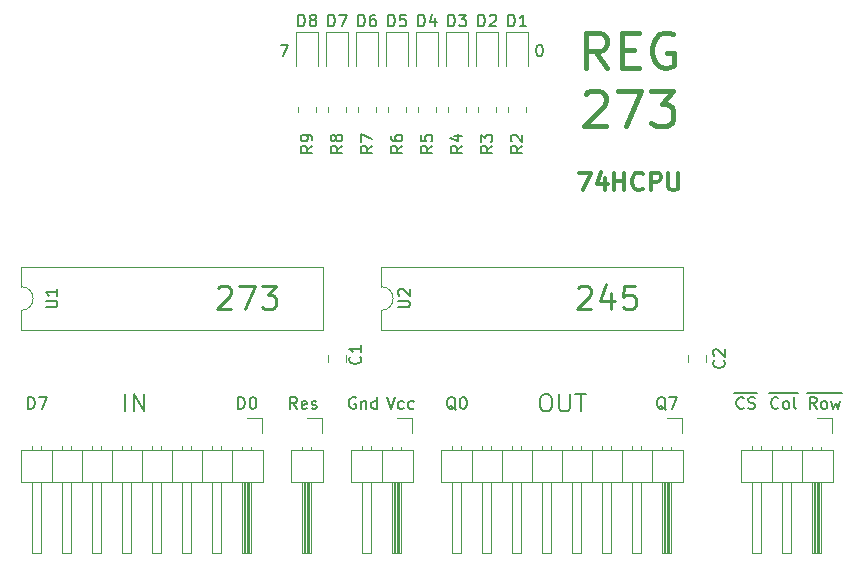
<source format=gbr>
%TF.GenerationSoftware,KiCad,Pcbnew,(5.1.8)-1*%
%TF.CreationDate,2025-01-30T23:00:43+03:00*%
%TF.ProjectId,Reg,5265672e-6b69-4636-9164-5f7063625858,rev?*%
%TF.SameCoordinates,Original*%
%TF.FileFunction,Legend,Top*%
%TF.FilePolarity,Positive*%
%FSLAX46Y46*%
G04 Gerber Fmt 4.6, Leading zero omitted, Abs format (unit mm)*
G04 Created by KiCad (PCBNEW (5.1.8)-1) date 2025-01-30 23:00:43*
%MOMM*%
%LPD*%
G01*
G04 APERTURE LIST*
%ADD10C,0.300000*%
%ADD11C,0.200000*%
%ADD12C,0.400000*%
%ADD13C,0.250000*%
%ADD14C,0.150000*%
%ADD15C,0.120000*%
G04 APERTURE END LIST*
D10*
X99219285Y-31246071D02*
X100219285Y-31246071D01*
X99576428Y-32746071D01*
X101433571Y-31746071D02*
X101433571Y-32746071D01*
X101076428Y-31174642D02*
X100719285Y-32246071D01*
X101647857Y-32246071D01*
X102219285Y-32746071D02*
X102219285Y-31246071D01*
X102219285Y-31960357D02*
X103076428Y-31960357D01*
X103076428Y-32746071D02*
X103076428Y-31246071D01*
X104647857Y-32603214D02*
X104576428Y-32674642D01*
X104362142Y-32746071D01*
X104219285Y-32746071D01*
X104005000Y-32674642D01*
X103862142Y-32531785D01*
X103790714Y-32388928D01*
X103719285Y-32103214D01*
X103719285Y-31888928D01*
X103790714Y-31603214D01*
X103862142Y-31460357D01*
X104005000Y-31317500D01*
X104219285Y-31246071D01*
X104362142Y-31246071D01*
X104576428Y-31317500D01*
X104647857Y-31388928D01*
X105290714Y-32746071D02*
X105290714Y-31246071D01*
X105862142Y-31246071D01*
X106005000Y-31317500D01*
X106076428Y-31388928D01*
X106147857Y-31531785D01*
X106147857Y-31746071D01*
X106076428Y-31888928D01*
X106005000Y-31960357D01*
X105862142Y-32031785D01*
X105290714Y-32031785D01*
X106790714Y-31246071D02*
X106790714Y-32460357D01*
X106862142Y-32603214D01*
X106933571Y-32674642D01*
X107076428Y-32746071D01*
X107362142Y-32746071D01*
X107505000Y-32674642D01*
X107576428Y-32603214D01*
X107647857Y-32460357D01*
X107647857Y-31246071D01*
D11*
X96290000Y-49978571D02*
X96575714Y-49978571D01*
X96718571Y-50050000D01*
X96861428Y-50192857D01*
X96932857Y-50478571D01*
X96932857Y-50978571D01*
X96861428Y-51264285D01*
X96718571Y-51407142D01*
X96575714Y-51478571D01*
X96290000Y-51478571D01*
X96147142Y-51407142D01*
X96004285Y-51264285D01*
X95932857Y-50978571D01*
X95932857Y-50478571D01*
X96004285Y-50192857D01*
X96147142Y-50050000D01*
X96290000Y-49978571D01*
X97575714Y-49978571D02*
X97575714Y-51192857D01*
X97647142Y-51335714D01*
X97718571Y-51407142D01*
X97861428Y-51478571D01*
X98147142Y-51478571D01*
X98290000Y-51407142D01*
X98361428Y-51335714D01*
X98432857Y-51192857D01*
X98432857Y-49978571D01*
X98932857Y-49978571D02*
X99790000Y-49978571D01*
X99361428Y-51478571D02*
X99361428Y-49978571D01*
X60809285Y-51478571D02*
X60809285Y-49978571D01*
X61523571Y-51478571D02*
X61523571Y-49978571D01*
X62380714Y-51478571D01*
X62380714Y-49978571D01*
D12*
X101576428Y-22402142D02*
X100576428Y-20973571D01*
X99862142Y-22402142D02*
X99862142Y-19402142D01*
X101005000Y-19402142D01*
X101290714Y-19545000D01*
X101433571Y-19687857D01*
X101576428Y-19973571D01*
X101576428Y-20402142D01*
X101433571Y-20687857D01*
X101290714Y-20830714D01*
X101005000Y-20973571D01*
X99862142Y-20973571D01*
X102862142Y-20830714D02*
X103862142Y-20830714D01*
X104290714Y-22402142D02*
X102862142Y-22402142D01*
X102862142Y-19402142D01*
X104290714Y-19402142D01*
X107147857Y-19545000D02*
X106862142Y-19402142D01*
X106433571Y-19402142D01*
X106005000Y-19545000D01*
X105719285Y-19830714D01*
X105576428Y-20116428D01*
X105433571Y-20687857D01*
X105433571Y-21116428D01*
X105576428Y-21687857D01*
X105719285Y-21973571D01*
X106005000Y-22259285D01*
X106433571Y-22402142D01*
X106719285Y-22402142D01*
X107147857Y-22259285D01*
X107290714Y-22116428D01*
X107290714Y-21116428D01*
X106719285Y-21116428D01*
X99790714Y-24587857D02*
X99933571Y-24445000D01*
X100219285Y-24302142D01*
X100933571Y-24302142D01*
X101219285Y-24445000D01*
X101362142Y-24587857D01*
X101505000Y-24873571D01*
X101505000Y-25159285D01*
X101362142Y-25587857D01*
X99647857Y-27302142D01*
X101505000Y-27302142D01*
X102505000Y-24302142D02*
X104505000Y-24302142D01*
X103219285Y-27302142D01*
X105362142Y-24302142D02*
X107219285Y-24302142D01*
X106219285Y-25445000D01*
X106647857Y-25445000D01*
X106933571Y-25587857D01*
X107076428Y-25730714D01*
X107219285Y-26016428D01*
X107219285Y-26730714D01*
X107076428Y-27016428D01*
X106933571Y-27159285D01*
X106647857Y-27302142D01*
X105790714Y-27302142D01*
X105505000Y-27159285D01*
X105362142Y-27016428D01*
D13*
X68643809Y-41005238D02*
X68739047Y-40910000D01*
X68929523Y-40814761D01*
X69405714Y-40814761D01*
X69596190Y-40910000D01*
X69691428Y-41005238D01*
X69786666Y-41195714D01*
X69786666Y-41386190D01*
X69691428Y-41671904D01*
X68548571Y-42814761D01*
X69786666Y-42814761D01*
X70453333Y-40814761D02*
X71786666Y-40814761D01*
X70929523Y-42814761D01*
X72358095Y-40814761D02*
X73596190Y-40814761D01*
X72929523Y-41576666D01*
X73215238Y-41576666D01*
X73405714Y-41671904D01*
X73500952Y-41767142D01*
X73596190Y-41957619D01*
X73596190Y-42433809D01*
X73500952Y-42624285D01*
X73405714Y-42719523D01*
X73215238Y-42814761D01*
X72643809Y-42814761D01*
X72453333Y-42719523D01*
X72358095Y-42624285D01*
X99123809Y-41005238D02*
X99219047Y-40910000D01*
X99409523Y-40814761D01*
X99885714Y-40814761D01*
X100076190Y-40910000D01*
X100171428Y-41005238D01*
X100266666Y-41195714D01*
X100266666Y-41386190D01*
X100171428Y-41671904D01*
X99028571Y-42814761D01*
X100266666Y-42814761D01*
X101980952Y-41481428D02*
X101980952Y-42814761D01*
X101504761Y-40719523D02*
X101028571Y-42148095D01*
X102266666Y-42148095D01*
X103980952Y-40814761D02*
X103028571Y-40814761D01*
X102933333Y-41767142D01*
X103028571Y-41671904D01*
X103219047Y-41576666D01*
X103695238Y-41576666D01*
X103885714Y-41671904D01*
X103980952Y-41767142D01*
X104076190Y-41957619D01*
X104076190Y-42433809D01*
X103980952Y-42624285D01*
X103885714Y-42719523D01*
X103695238Y-42814761D01*
X103219047Y-42814761D01*
X103028571Y-42719523D01*
X102933333Y-42624285D01*
D14*
X75358690Y-51252380D02*
X75025357Y-50776190D01*
X74787261Y-51252380D02*
X74787261Y-50252380D01*
X75168214Y-50252380D01*
X75263452Y-50300000D01*
X75311071Y-50347619D01*
X75358690Y-50442857D01*
X75358690Y-50585714D01*
X75311071Y-50680952D01*
X75263452Y-50728571D01*
X75168214Y-50776190D01*
X74787261Y-50776190D01*
X76168214Y-51204761D02*
X76072976Y-51252380D01*
X75882500Y-51252380D01*
X75787261Y-51204761D01*
X75739642Y-51109523D01*
X75739642Y-50728571D01*
X75787261Y-50633333D01*
X75882500Y-50585714D01*
X76072976Y-50585714D01*
X76168214Y-50633333D01*
X76215833Y-50728571D01*
X76215833Y-50823809D01*
X75739642Y-50919047D01*
X76596785Y-51204761D02*
X76692023Y-51252380D01*
X76882500Y-51252380D01*
X76977738Y-51204761D01*
X77025357Y-51109523D01*
X77025357Y-51061904D01*
X76977738Y-50966666D01*
X76882500Y-50919047D01*
X76739642Y-50919047D01*
X76644404Y-50871428D01*
X76596785Y-50776190D01*
X76596785Y-50728571D01*
X76644404Y-50633333D01*
X76739642Y-50585714D01*
X76882500Y-50585714D01*
X76977738Y-50633333D01*
X73961666Y-20407380D02*
X74628333Y-20407380D01*
X74199761Y-21407380D01*
X95837380Y-20407380D02*
X95932619Y-20407380D01*
X96027857Y-20455000D01*
X96075476Y-20502619D01*
X96123095Y-20597857D01*
X96170714Y-20788333D01*
X96170714Y-21026428D01*
X96123095Y-21216904D01*
X96075476Y-21312142D01*
X96027857Y-21359761D01*
X95932619Y-21407380D01*
X95837380Y-21407380D01*
X95742142Y-21359761D01*
X95694523Y-21312142D01*
X95646904Y-21216904D01*
X95599285Y-21026428D01*
X95599285Y-20788333D01*
X95646904Y-20597857D01*
X95694523Y-20502619D01*
X95742142Y-20455000D01*
X95837380Y-20407380D01*
X118538809Y-49885000D02*
X119538809Y-49885000D01*
X119348333Y-51252380D02*
X119015000Y-50776190D01*
X118776904Y-51252380D02*
X118776904Y-50252380D01*
X119157857Y-50252380D01*
X119253095Y-50300000D01*
X119300714Y-50347619D01*
X119348333Y-50442857D01*
X119348333Y-50585714D01*
X119300714Y-50680952D01*
X119253095Y-50728571D01*
X119157857Y-50776190D01*
X118776904Y-50776190D01*
X119538809Y-49885000D02*
X120443571Y-49885000D01*
X119919761Y-51252380D02*
X119824523Y-51204761D01*
X119776904Y-51157142D01*
X119729285Y-51061904D01*
X119729285Y-50776190D01*
X119776904Y-50680952D01*
X119824523Y-50633333D01*
X119919761Y-50585714D01*
X120062619Y-50585714D01*
X120157857Y-50633333D01*
X120205476Y-50680952D01*
X120253095Y-50776190D01*
X120253095Y-51061904D01*
X120205476Y-51157142D01*
X120157857Y-51204761D01*
X120062619Y-51252380D01*
X119919761Y-51252380D01*
X120443571Y-49885000D02*
X121491190Y-49885000D01*
X120586428Y-50585714D02*
X120776904Y-51252380D01*
X120967380Y-50776190D01*
X121157857Y-51252380D01*
X121348333Y-50585714D01*
X115308214Y-49885000D02*
X116308214Y-49885000D01*
X116117738Y-51157142D02*
X116070119Y-51204761D01*
X115927261Y-51252380D01*
X115832023Y-51252380D01*
X115689166Y-51204761D01*
X115593928Y-51109523D01*
X115546309Y-51014285D01*
X115498690Y-50823809D01*
X115498690Y-50680952D01*
X115546309Y-50490476D01*
X115593928Y-50395238D01*
X115689166Y-50300000D01*
X115832023Y-50252380D01*
X115927261Y-50252380D01*
X116070119Y-50300000D01*
X116117738Y-50347619D01*
X116308214Y-49885000D02*
X117212976Y-49885000D01*
X116689166Y-51252380D02*
X116593928Y-51204761D01*
X116546309Y-51157142D01*
X116498690Y-51061904D01*
X116498690Y-50776190D01*
X116546309Y-50680952D01*
X116593928Y-50633333D01*
X116689166Y-50585714D01*
X116832023Y-50585714D01*
X116927261Y-50633333D01*
X116974880Y-50680952D01*
X117022500Y-50776190D01*
X117022500Y-51061904D01*
X116974880Y-51157142D01*
X116927261Y-51204761D01*
X116832023Y-51252380D01*
X116689166Y-51252380D01*
X117212976Y-49885000D02*
X117736785Y-49885000D01*
X117593928Y-51252380D02*
X117498690Y-51204761D01*
X117451071Y-51109523D01*
X117451071Y-50252380D01*
X112371309Y-49885000D02*
X113371309Y-49885000D01*
X113180833Y-51157142D02*
X113133214Y-51204761D01*
X112990357Y-51252380D01*
X112895119Y-51252380D01*
X112752261Y-51204761D01*
X112657023Y-51109523D01*
X112609404Y-51014285D01*
X112561785Y-50823809D01*
X112561785Y-50680952D01*
X112609404Y-50490476D01*
X112657023Y-50395238D01*
X112752261Y-50300000D01*
X112895119Y-50252380D01*
X112990357Y-50252380D01*
X113133214Y-50300000D01*
X113180833Y-50347619D01*
X113371309Y-49885000D02*
X114323690Y-49885000D01*
X113561785Y-51204761D02*
X113704642Y-51252380D01*
X113942738Y-51252380D01*
X114037976Y-51204761D01*
X114085595Y-51157142D01*
X114133214Y-51061904D01*
X114133214Y-50966666D01*
X114085595Y-50871428D01*
X114037976Y-50823809D01*
X113942738Y-50776190D01*
X113752261Y-50728571D01*
X113657023Y-50680952D01*
X113609404Y-50633333D01*
X113561785Y-50538095D01*
X113561785Y-50442857D01*
X113609404Y-50347619D01*
X113657023Y-50300000D01*
X113752261Y-50252380D01*
X113990357Y-50252380D01*
X114133214Y-50300000D01*
X88804761Y-51347619D02*
X88709523Y-51300000D01*
X88614285Y-51204761D01*
X88471428Y-51061904D01*
X88376190Y-51014285D01*
X88280952Y-51014285D01*
X88328571Y-51252380D02*
X88233333Y-51204761D01*
X88138095Y-51109523D01*
X88090476Y-50919047D01*
X88090476Y-50585714D01*
X88138095Y-50395238D01*
X88233333Y-50300000D01*
X88328571Y-50252380D01*
X88519047Y-50252380D01*
X88614285Y-50300000D01*
X88709523Y-50395238D01*
X88757142Y-50585714D01*
X88757142Y-50919047D01*
X88709523Y-51109523D01*
X88614285Y-51204761D01*
X88519047Y-51252380D01*
X88328571Y-51252380D01*
X89376190Y-50252380D02*
X89471428Y-50252380D01*
X89566666Y-50300000D01*
X89614285Y-50347619D01*
X89661904Y-50442857D01*
X89709523Y-50633333D01*
X89709523Y-50871428D01*
X89661904Y-51061904D01*
X89614285Y-51157142D01*
X89566666Y-51204761D01*
X89471428Y-51252380D01*
X89376190Y-51252380D01*
X89280952Y-51204761D01*
X89233333Y-51157142D01*
X89185714Y-51061904D01*
X89138095Y-50871428D01*
X89138095Y-50633333D01*
X89185714Y-50442857D01*
X89233333Y-50347619D01*
X89280952Y-50300000D01*
X89376190Y-50252380D01*
X106584761Y-51347619D02*
X106489523Y-51300000D01*
X106394285Y-51204761D01*
X106251428Y-51061904D01*
X106156190Y-51014285D01*
X106060952Y-51014285D01*
X106108571Y-51252380D02*
X106013333Y-51204761D01*
X105918095Y-51109523D01*
X105870476Y-50919047D01*
X105870476Y-50585714D01*
X105918095Y-50395238D01*
X106013333Y-50300000D01*
X106108571Y-50252380D01*
X106299047Y-50252380D01*
X106394285Y-50300000D01*
X106489523Y-50395238D01*
X106537142Y-50585714D01*
X106537142Y-50919047D01*
X106489523Y-51109523D01*
X106394285Y-51204761D01*
X106299047Y-51252380D01*
X106108571Y-51252380D01*
X106870476Y-50252380D02*
X107537142Y-50252380D01*
X107108571Y-51252380D01*
X80319642Y-50300000D02*
X80224404Y-50252380D01*
X80081547Y-50252380D01*
X79938690Y-50300000D01*
X79843452Y-50395238D01*
X79795833Y-50490476D01*
X79748214Y-50680952D01*
X79748214Y-50823809D01*
X79795833Y-51014285D01*
X79843452Y-51109523D01*
X79938690Y-51204761D01*
X80081547Y-51252380D01*
X80176785Y-51252380D01*
X80319642Y-51204761D01*
X80367261Y-51157142D01*
X80367261Y-50823809D01*
X80176785Y-50823809D01*
X80795833Y-50585714D02*
X80795833Y-51252380D01*
X80795833Y-50680952D02*
X80843452Y-50633333D01*
X80938690Y-50585714D01*
X81081547Y-50585714D01*
X81176785Y-50633333D01*
X81224404Y-50728571D01*
X81224404Y-51252380D01*
X82129166Y-51252380D02*
X82129166Y-50252380D01*
X82129166Y-51204761D02*
X82033928Y-51252380D01*
X81843452Y-51252380D01*
X81748214Y-51204761D01*
X81700595Y-51157142D01*
X81652976Y-51061904D01*
X81652976Y-50776190D01*
X81700595Y-50680952D01*
X81748214Y-50633333D01*
X81843452Y-50585714D01*
X82033928Y-50585714D01*
X82129166Y-50633333D01*
X82947023Y-50252380D02*
X83280357Y-51252380D01*
X83613690Y-50252380D01*
X84375595Y-51204761D02*
X84280357Y-51252380D01*
X84089880Y-51252380D01*
X83994642Y-51204761D01*
X83947023Y-51157142D01*
X83899404Y-51061904D01*
X83899404Y-50776190D01*
X83947023Y-50680952D01*
X83994642Y-50633333D01*
X84089880Y-50585714D01*
X84280357Y-50585714D01*
X84375595Y-50633333D01*
X85232738Y-51204761D02*
X85137500Y-51252380D01*
X84947023Y-51252380D01*
X84851785Y-51204761D01*
X84804166Y-51157142D01*
X84756547Y-51061904D01*
X84756547Y-50776190D01*
X84804166Y-50680952D01*
X84851785Y-50633333D01*
X84947023Y-50585714D01*
X85137500Y-50585714D01*
X85232738Y-50633333D01*
X52601904Y-51252380D02*
X52601904Y-50252380D01*
X52840000Y-50252380D01*
X52982857Y-50300000D01*
X53078095Y-50395238D01*
X53125714Y-50490476D01*
X53173333Y-50680952D01*
X53173333Y-50823809D01*
X53125714Y-51014285D01*
X53078095Y-51109523D01*
X52982857Y-51204761D01*
X52840000Y-51252380D01*
X52601904Y-51252380D01*
X53506666Y-50252380D02*
X54173333Y-50252380D01*
X53744761Y-51252380D01*
X70381904Y-51252380D02*
X70381904Y-50252380D01*
X70620000Y-50252380D01*
X70762857Y-50300000D01*
X70858095Y-50395238D01*
X70905714Y-50490476D01*
X70953333Y-50680952D01*
X70953333Y-50823809D01*
X70905714Y-51014285D01*
X70858095Y-51109523D01*
X70762857Y-51204761D01*
X70620000Y-51252380D01*
X70381904Y-51252380D01*
X71572380Y-50252380D02*
X71667619Y-50252380D01*
X71762857Y-50300000D01*
X71810476Y-50347619D01*
X71858095Y-50442857D01*
X71905714Y-50633333D01*
X71905714Y-50871428D01*
X71858095Y-51061904D01*
X71810476Y-51157142D01*
X71762857Y-51204761D01*
X71667619Y-51252380D01*
X71572380Y-51252380D01*
X71477142Y-51204761D01*
X71429523Y-51157142D01*
X71381904Y-51061904D01*
X71334285Y-50871428D01*
X71334285Y-50633333D01*
X71381904Y-50442857D01*
X71429523Y-50347619D01*
X71477142Y-50300000D01*
X71572380Y-50252380D01*
D15*
%TO.C,J5*%
X77470000Y-52070000D02*
X77470000Y-53340000D01*
X76200000Y-52070000D02*
X77470000Y-52070000D01*
X75820000Y-54450000D02*
X75820000Y-54780000D01*
X76580000Y-54450000D02*
X76580000Y-54780000D01*
X75920000Y-57440000D02*
X75920000Y-63440000D01*
X76040000Y-57440000D02*
X76040000Y-63440000D01*
X76160000Y-57440000D02*
X76160000Y-63440000D01*
X76280000Y-57440000D02*
X76280000Y-63440000D01*
X76400000Y-57440000D02*
X76400000Y-63440000D01*
X76520000Y-57440000D02*
X76520000Y-63440000D01*
X75820000Y-63440000D02*
X75820000Y-57440000D01*
X76580000Y-63440000D02*
X75820000Y-63440000D01*
X76580000Y-57440000D02*
X76580000Y-63440000D01*
X77530000Y-57440000D02*
X77530000Y-54780000D01*
X74870000Y-57440000D02*
X77530000Y-57440000D01*
X74870000Y-54780000D02*
X74870000Y-57440000D01*
X77530000Y-54780000D02*
X74870000Y-54780000D01*
%TO.C,U1*%
X52010000Y-42910000D02*
X52010000Y-44560000D01*
X52010000Y-44560000D02*
X77530000Y-44560000D01*
X77530000Y-44560000D02*
X77530000Y-39260000D01*
X77530000Y-39260000D02*
X52010000Y-39260000D01*
X52010000Y-39260000D02*
X52010000Y-40910000D01*
X52010000Y-40910000D02*
G75*
G02*
X52010000Y-42910000I0J-1000000D01*
G01*
%TO.C,U2*%
X82490000Y-42910000D02*
X82490000Y-44560000D01*
X82490000Y-44560000D02*
X108010000Y-44560000D01*
X108010000Y-44560000D02*
X108010000Y-39260000D01*
X108010000Y-39260000D02*
X82490000Y-39260000D01*
X82490000Y-39260000D02*
X82490000Y-40910000D01*
X82490000Y-40910000D02*
G75*
G02*
X82490000Y-42910000I0J-1000000D01*
G01*
%TO.C,C2*%
X109955000Y-47251252D02*
X109955000Y-46728748D01*
X108485000Y-47251252D02*
X108485000Y-46728748D01*
%TO.C,R9*%
X75465000Y-26135064D02*
X75465000Y-25680936D01*
X76935000Y-26135064D02*
X76935000Y-25680936D01*
%TO.C,R8*%
X78005000Y-26135064D02*
X78005000Y-25680936D01*
X79475000Y-26135064D02*
X79475000Y-25680936D01*
%TO.C,R7*%
X80545000Y-26135064D02*
X80545000Y-25680936D01*
X82015000Y-26135064D02*
X82015000Y-25680936D01*
%TO.C,R6*%
X83085000Y-26135064D02*
X83085000Y-25680936D01*
X84555000Y-26135064D02*
X84555000Y-25680936D01*
%TO.C,R5*%
X85625000Y-26135064D02*
X85625000Y-25680936D01*
X87095000Y-26135064D02*
X87095000Y-25680936D01*
%TO.C,R4*%
X88165000Y-26135064D02*
X88165000Y-25680936D01*
X89635000Y-26135064D02*
X89635000Y-25680936D01*
%TO.C,R3*%
X90705000Y-26135064D02*
X90705000Y-25680936D01*
X92175000Y-26135064D02*
X92175000Y-25680936D01*
%TO.C,R2*%
X93245000Y-26135064D02*
X93245000Y-25680936D01*
X94715000Y-26135064D02*
X94715000Y-25680936D01*
%TO.C,D8*%
X77160000Y-22200000D02*
X77160000Y-19340000D01*
X77160000Y-19340000D02*
X75240000Y-19340000D01*
X75240000Y-19340000D02*
X75240000Y-22200000D01*
%TO.C,D7*%
X79700000Y-22200000D02*
X79700000Y-19340000D01*
X79700000Y-19340000D02*
X77780000Y-19340000D01*
X77780000Y-19340000D02*
X77780000Y-22200000D01*
%TO.C,D6*%
X82240000Y-22200000D02*
X82240000Y-19340000D01*
X82240000Y-19340000D02*
X80320000Y-19340000D01*
X80320000Y-19340000D02*
X80320000Y-22200000D01*
%TO.C,D5*%
X84780000Y-22200000D02*
X84780000Y-19340000D01*
X84780000Y-19340000D02*
X82860000Y-19340000D01*
X82860000Y-19340000D02*
X82860000Y-22200000D01*
%TO.C,D4*%
X87320000Y-22200000D02*
X87320000Y-19340000D01*
X87320000Y-19340000D02*
X85400000Y-19340000D01*
X85400000Y-19340000D02*
X85400000Y-22200000D01*
%TO.C,D3*%
X89860000Y-22200000D02*
X89860000Y-19340000D01*
X89860000Y-19340000D02*
X87940000Y-19340000D01*
X87940000Y-19340000D02*
X87940000Y-22200000D01*
%TO.C,D2*%
X92400000Y-22200000D02*
X92400000Y-19340000D01*
X92400000Y-19340000D02*
X90480000Y-19340000D01*
X90480000Y-19340000D02*
X90480000Y-22200000D01*
%TO.C,D1*%
X94940000Y-22200000D02*
X94940000Y-19340000D01*
X94940000Y-19340000D02*
X93020000Y-19340000D01*
X93020000Y-19340000D02*
X93020000Y-22200000D01*
%TO.C,C1*%
X79475000Y-47251252D02*
X79475000Y-46728748D01*
X78005000Y-47251252D02*
X78005000Y-46728748D01*
%TO.C,J1*%
X72390000Y-52070000D02*
X72390000Y-53340000D01*
X71120000Y-52070000D02*
X72390000Y-52070000D01*
X52960000Y-54382929D02*
X52960000Y-54780000D01*
X53720000Y-54382929D02*
X53720000Y-54780000D01*
X52960000Y-63440000D02*
X52960000Y-57440000D01*
X53720000Y-63440000D02*
X52960000Y-63440000D01*
X53720000Y-57440000D02*
X53720000Y-63440000D01*
X54610000Y-54780000D02*
X54610000Y-57440000D01*
X55500000Y-54382929D02*
X55500000Y-54780000D01*
X56260000Y-54382929D02*
X56260000Y-54780000D01*
X55500000Y-63440000D02*
X55500000Y-57440000D01*
X56260000Y-63440000D02*
X55500000Y-63440000D01*
X56260000Y-57440000D02*
X56260000Y-63440000D01*
X57150000Y-54780000D02*
X57150000Y-57440000D01*
X58040000Y-54382929D02*
X58040000Y-54780000D01*
X58800000Y-54382929D02*
X58800000Y-54780000D01*
X58040000Y-63440000D02*
X58040000Y-57440000D01*
X58800000Y-63440000D02*
X58040000Y-63440000D01*
X58800000Y-57440000D02*
X58800000Y-63440000D01*
X59690000Y-54780000D02*
X59690000Y-57440000D01*
X60580000Y-54382929D02*
X60580000Y-54780000D01*
X61340000Y-54382929D02*
X61340000Y-54780000D01*
X60580000Y-63440000D02*
X60580000Y-57440000D01*
X61340000Y-63440000D02*
X60580000Y-63440000D01*
X61340000Y-57440000D02*
X61340000Y-63440000D01*
X62230000Y-54780000D02*
X62230000Y-57440000D01*
X63120000Y-54382929D02*
X63120000Y-54780000D01*
X63880000Y-54382929D02*
X63880000Y-54780000D01*
X63120000Y-63440000D02*
X63120000Y-57440000D01*
X63880000Y-63440000D02*
X63120000Y-63440000D01*
X63880000Y-57440000D02*
X63880000Y-63440000D01*
X64770000Y-54780000D02*
X64770000Y-57440000D01*
X65660000Y-54382929D02*
X65660000Y-54780000D01*
X66420000Y-54382929D02*
X66420000Y-54780000D01*
X65660000Y-63440000D02*
X65660000Y-57440000D01*
X66420000Y-63440000D02*
X65660000Y-63440000D01*
X66420000Y-57440000D02*
X66420000Y-63440000D01*
X67310000Y-54780000D02*
X67310000Y-57440000D01*
X68200000Y-54382929D02*
X68200000Y-54780000D01*
X68960000Y-54382929D02*
X68960000Y-54780000D01*
X68200000Y-63440000D02*
X68200000Y-57440000D01*
X68960000Y-63440000D02*
X68200000Y-63440000D01*
X68960000Y-57440000D02*
X68960000Y-63440000D01*
X69850000Y-54780000D02*
X69850000Y-57440000D01*
X70740000Y-54450000D02*
X70740000Y-54780000D01*
X71500000Y-54450000D02*
X71500000Y-54780000D01*
X70840000Y-57440000D02*
X70840000Y-63440000D01*
X70960000Y-57440000D02*
X70960000Y-63440000D01*
X71080000Y-57440000D02*
X71080000Y-63440000D01*
X71200000Y-57440000D02*
X71200000Y-63440000D01*
X71320000Y-57440000D02*
X71320000Y-63440000D01*
X71440000Y-57440000D02*
X71440000Y-63440000D01*
X70740000Y-63440000D02*
X70740000Y-57440000D01*
X71500000Y-63440000D02*
X70740000Y-63440000D01*
X71500000Y-57440000D02*
X71500000Y-63440000D01*
X72450000Y-57440000D02*
X72450000Y-54780000D01*
X52010000Y-57440000D02*
X72450000Y-57440000D01*
X52010000Y-54780000D02*
X52010000Y-57440000D01*
X72450000Y-54780000D02*
X52010000Y-54780000D01*
%TO.C,J2*%
X108010000Y-54780000D02*
X87570000Y-54780000D01*
X87570000Y-54780000D02*
X87570000Y-57440000D01*
X87570000Y-57440000D02*
X108010000Y-57440000D01*
X108010000Y-57440000D02*
X108010000Y-54780000D01*
X107060000Y-57440000D02*
X107060000Y-63440000D01*
X107060000Y-63440000D02*
X106300000Y-63440000D01*
X106300000Y-63440000D02*
X106300000Y-57440000D01*
X107000000Y-57440000D02*
X107000000Y-63440000D01*
X106880000Y-57440000D02*
X106880000Y-63440000D01*
X106760000Y-57440000D02*
X106760000Y-63440000D01*
X106640000Y-57440000D02*
X106640000Y-63440000D01*
X106520000Y-57440000D02*
X106520000Y-63440000D01*
X106400000Y-57440000D02*
X106400000Y-63440000D01*
X107060000Y-54450000D02*
X107060000Y-54780000D01*
X106300000Y-54450000D02*
X106300000Y-54780000D01*
X105410000Y-54780000D02*
X105410000Y-57440000D01*
X104520000Y-57440000D02*
X104520000Y-63440000D01*
X104520000Y-63440000D02*
X103760000Y-63440000D01*
X103760000Y-63440000D02*
X103760000Y-57440000D01*
X104520000Y-54382929D02*
X104520000Y-54780000D01*
X103760000Y-54382929D02*
X103760000Y-54780000D01*
X102870000Y-54780000D02*
X102870000Y-57440000D01*
X101980000Y-57440000D02*
X101980000Y-63440000D01*
X101980000Y-63440000D02*
X101220000Y-63440000D01*
X101220000Y-63440000D02*
X101220000Y-57440000D01*
X101980000Y-54382929D02*
X101980000Y-54780000D01*
X101220000Y-54382929D02*
X101220000Y-54780000D01*
X100330000Y-54780000D02*
X100330000Y-57440000D01*
X99440000Y-57440000D02*
X99440000Y-63440000D01*
X99440000Y-63440000D02*
X98680000Y-63440000D01*
X98680000Y-63440000D02*
X98680000Y-57440000D01*
X99440000Y-54382929D02*
X99440000Y-54780000D01*
X98680000Y-54382929D02*
X98680000Y-54780000D01*
X97790000Y-54780000D02*
X97790000Y-57440000D01*
X96900000Y-57440000D02*
X96900000Y-63440000D01*
X96900000Y-63440000D02*
X96140000Y-63440000D01*
X96140000Y-63440000D02*
X96140000Y-57440000D01*
X96900000Y-54382929D02*
X96900000Y-54780000D01*
X96140000Y-54382929D02*
X96140000Y-54780000D01*
X95250000Y-54780000D02*
X95250000Y-57440000D01*
X94360000Y-57440000D02*
X94360000Y-63440000D01*
X94360000Y-63440000D02*
X93600000Y-63440000D01*
X93600000Y-63440000D02*
X93600000Y-57440000D01*
X94360000Y-54382929D02*
X94360000Y-54780000D01*
X93600000Y-54382929D02*
X93600000Y-54780000D01*
X92710000Y-54780000D02*
X92710000Y-57440000D01*
X91820000Y-57440000D02*
X91820000Y-63440000D01*
X91820000Y-63440000D02*
X91060000Y-63440000D01*
X91060000Y-63440000D02*
X91060000Y-57440000D01*
X91820000Y-54382929D02*
X91820000Y-54780000D01*
X91060000Y-54382929D02*
X91060000Y-54780000D01*
X90170000Y-54780000D02*
X90170000Y-57440000D01*
X89280000Y-57440000D02*
X89280000Y-63440000D01*
X89280000Y-63440000D02*
X88520000Y-63440000D01*
X88520000Y-63440000D02*
X88520000Y-57440000D01*
X89280000Y-54382929D02*
X89280000Y-54780000D01*
X88520000Y-54382929D02*
X88520000Y-54780000D01*
X106680000Y-52070000D02*
X107950000Y-52070000D01*
X107950000Y-52070000D02*
X107950000Y-53340000D01*
%TO.C,J3*%
X85090000Y-52070000D02*
X85090000Y-53340000D01*
X83820000Y-52070000D02*
X85090000Y-52070000D01*
X80900000Y-54382929D02*
X80900000Y-54780000D01*
X81660000Y-54382929D02*
X81660000Y-54780000D01*
X80900000Y-63440000D02*
X80900000Y-57440000D01*
X81660000Y-63440000D02*
X80900000Y-63440000D01*
X81660000Y-57440000D02*
X81660000Y-63440000D01*
X82550000Y-54780000D02*
X82550000Y-57440000D01*
X83440000Y-54450000D02*
X83440000Y-54780000D01*
X84200000Y-54450000D02*
X84200000Y-54780000D01*
X83540000Y-57440000D02*
X83540000Y-63440000D01*
X83660000Y-57440000D02*
X83660000Y-63440000D01*
X83780000Y-57440000D02*
X83780000Y-63440000D01*
X83900000Y-57440000D02*
X83900000Y-63440000D01*
X84020000Y-57440000D02*
X84020000Y-63440000D01*
X84140000Y-57440000D02*
X84140000Y-63440000D01*
X83440000Y-63440000D02*
X83440000Y-57440000D01*
X84200000Y-63440000D02*
X83440000Y-63440000D01*
X84200000Y-57440000D02*
X84200000Y-63440000D01*
X85150000Y-57440000D02*
X85150000Y-54780000D01*
X79950000Y-57440000D02*
X85150000Y-57440000D01*
X79950000Y-54780000D02*
X79950000Y-57440000D01*
X85150000Y-54780000D02*
X79950000Y-54780000D01*
%TO.C,J4*%
X120650000Y-52070000D02*
X120650000Y-53340000D01*
X119380000Y-52070000D02*
X120650000Y-52070000D01*
X113920000Y-54382929D02*
X113920000Y-54780000D01*
X114680000Y-54382929D02*
X114680000Y-54780000D01*
X113920000Y-63440000D02*
X113920000Y-57440000D01*
X114680000Y-63440000D02*
X113920000Y-63440000D01*
X114680000Y-57440000D02*
X114680000Y-63440000D01*
X115570000Y-54780000D02*
X115570000Y-57440000D01*
X116460000Y-54382929D02*
X116460000Y-54780000D01*
X117220000Y-54382929D02*
X117220000Y-54780000D01*
X116460000Y-63440000D02*
X116460000Y-57440000D01*
X117220000Y-63440000D02*
X116460000Y-63440000D01*
X117220000Y-57440000D02*
X117220000Y-63440000D01*
X118110000Y-54780000D02*
X118110000Y-57440000D01*
X119000000Y-54450000D02*
X119000000Y-54780000D01*
X119760000Y-54450000D02*
X119760000Y-54780000D01*
X119100000Y-57440000D02*
X119100000Y-63440000D01*
X119220000Y-57440000D02*
X119220000Y-63440000D01*
X119340000Y-57440000D02*
X119340000Y-63440000D01*
X119460000Y-57440000D02*
X119460000Y-63440000D01*
X119580000Y-57440000D02*
X119580000Y-63440000D01*
X119700000Y-57440000D02*
X119700000Y-63440000D01*
X119000000Y-63440000D02*
X119000000Y-57440000D01*
X119760000Y-63440000D02*
X119000000Y-63440000D01*
X119760000Y-57440000D02*
X119760000Y-63440000D01*
X120710000Y-57440000D02*
X120710000Y-54780000D01*
X112970000Y-57440000D02*
X120710000Y-57440000D01*
X112970000Y-54780000D02*
X112970000Y-57440000D01*
X120710000Y-54780000D02*
X112970000Y-54780000D01*
%TO.C,U1*%
D14*
X54062380Y-42671904D02*
X54871904Y-42671904D01*
X54967142Y-42624285D01*
X55014761Y-42576666D01*
X55062380Y-42481428D01*
X55062380Y-42290952D01*
X55014761Y-42195714D01*
X54967142Y-42148095D01*
X54871904Y-42100476D01*
X54062380Y-42100476D01*
X55062380Y-41100476D02*
X55062380Y-41671904D01*
X55062380Y-41386190D02*
X54062380Y-41386190D01*
X54205238Y-41481428D01*
X54300476Y-41576666D01*
X54348095Y-41671904D01*
%TO.C,U2*%
X83907380Y-42671904D02*
X84716904Y-42671904D01*
X84812142Y-42624285D01*
X84859761Y-42576666D01*
X84907380Y-42481428D01*
X84907380Y-42290952D01*
X84859761Y-42195714D01*
X84812142Y-42148095D01*
X84716904Y-42100476D01*
X83907380Y-42100476D01*
X84002619Y-41671904D02*
X83955000Y-41624285D01*
X83907380Y-41529047D01*
X83907380Y-41290952D01*
X83955000Y-41195714D01*
X84002619Y-41148095D01*
X84097857Y-41100476D01*
X84193095Y-41100476D01*
X84335952Y-41148095D01*
X84907380Y-41719523D01*
X84907380Y-41100476D01*
%TO.C,C2*%
X111482142Y-47156666D02*
X111529761Y-47204285D01*
X111577380Y-47347142D01*
X111577380Y-47442380D01*
X111529761Y-47585238D01*
X111434523Y-47680476D01*
X111339285Y-47728095D01*
X111148809Y-47775714D01*
X111005952Y-47775714D01*
X110815476Y-47728095D01*
X110720238Y-47680476D01*
X110625000Y-47585238D01*
X110577380Y-47442380D01*
X110577380Y-47347142D01*
X110625000Y-47204285D01*
X110672619Y-47156666D01*
X110672619Y-46775714D02*
X110625000Y-46728095D01*
X110577380Y-46632857D01*
X110577380Y-46394761D01*
X110625000Y-46299523D01*
X110672619Y-46251904D01*
X110767857Y-46204285D01*
X110863095Y-46204285D01*
X111005952Y-46251904D01*
X111577380Y-46823333D01*
X111577380Y-46204285D01*
%TO.C,R9*%
X76652380Y-28979666D02*
X76176190Y-29313000D01*
X76652380Y-29551095D02*
X75652380Y-29551095D01*
X75652380Y-29170142D01*
X75700000Y-29074904D01*
X75747619Y-29027285D01*
X75842857Y-28979666D01*
X75985714Y-28979666D01*
X76080952Y-29027285D01*
X76128571Y-29074904D01*
X76176190Y-29170142D01*
X76176190Y-29551095D01*
X76652380Y-28503476D02*
X76652380Y-28313000D01*
X76604761Y-28217761D01*
X76557142Y-28170142D01*
X76414285Y-28074904D01*
X76223809Y-28027285D01*
X75842857Y-28027285D01*
X75747619Y-28074904D01*
X75700000Y-28122523D01*
X75652380Y-28217761D01*
X75652380Y-28408238D01*
X75700000Y-28503476D01*
X75747619Y-28551095D01*
X75842857Y-28598714D01*
X76080952Y-28598714D01*
X76176190Y-28551095D01*
X76223809Y-28503476D01*
X76271428Y-28408238D01*
X76271428Y-28217761D01*
X76223809Y-28122523D01*
X76176190Y-28074904D01*
X76080952Y-28027285D01*
%TO.C,R8*%
X79192380Y-28979666D02*
X78716190Y-29313000D01*
X79192380Y-29551095D02*
X78192380Y-29551095D01*
X78192380Y-29170142D01*
X78240000Y-29074904D01*
X78287619Y-29027285D01*
X78382857Y-28979666D01*
X78525714Y-28979666D01*
X78620952Y-29027285D01*
X78668571Y-29074904D01*
X78716190Y-29170142D01*
X78716190Y-29551095D01*
X78620952Y-28408238D02*
X78573333Y-28503476D01*
X78525714Y-28551095D01*
X78430476Y-28598714D01*
X78382857Y-28598714D01*
X78287619Y-28551095D01*
X78240000Y-28503476D01*
X78192380Y-28408238D01*
X78192380Y-28217761D01*
X78240000Y-28122523D01*
X78287619Y-28074904D01*
X78382857Y-28027285D01*
X78430476Y-28027285D01*
X78525714Y-28074904D01*
X78573333Y-28122523D01*
X78620952Y-28217761D01*
X78620952Y-28408238D01*
X78668571Y-28503476D01*
X78716190Y-28551095D01*
X78811428Y-28598714D01*
X79001904Y-28598714D01*
X79097142Y-28551095D01*
X79144761Y-28503476D01*
X79192380Y-28408238D01*
X79192380Y-28217761D01*
X79144761Y-28122523D01*
X79097142Y-28074904D01*
X79001904Y-28027285D01*
X78811428Y-28027285D01*
X78716190Y-28074904D01*
X78668571Y-28122523D01*
X78620952Y-28217761D01*
%TO.C,R7*%
X81732380Y-28979666D02*
X81256190Y-29313000D01*
X81732380Y-29551095D02*
X80732380Y-29551095D01*
X80732380Y-29170142D01*
X80780000Y-29074904D01*
X80827619Y-29027285D01*
X80922857Y-28979666D01*
X81065714Y-28979666D01*
X81160952Y-29027285D01*
X81208571Y-29074904D01*
X81256190Y-29170142D01*
X81256190Y-29551095D01*
X80732380Y-28646333D02*
X80732380Y-27979666D01*
X81732380Y-28408238D01*
%TO.C,R6*%
X84272380Y-28979666D02*
X83796190Y-29313000D01*
X84272380Y-29551095D02*
X83272380Y-29551095D01*
X83272380Y-29170142D01*
X83320000Y-29074904D01*
X83367619Y-29027285D01*
X83462857Y-28979666D01*
X83605714Y-28979666D01*
X83700952Y-29027285D01*
X83748571Y-29074904D01*
X83796190Y-29170142D01*
X83796190Y-29551095D01*
X83272380Y-28122523D02*
X83272380Y-28313000D01*
X83320000Y-28408238D01*
X83367619Y-28455857D01*
X83510476Y-28551095D01*
X83700952Y-28598714D01*
X84081904Y-28598714D01*
X84177142Y-28551095D01*
X84224761Y-28503476D01*
X84272380Y-28408238D01*
X84272380Y-28217761D01*
X84224761Y-28122523D01*
X84177142Y-28074904D01*
X84081904Y-28027285D01*
X83843809Y-28027285D01*
X83748571Y-28074904D01*
X83700952Y-28122523D01*
X83653333Y-28217761D01*
X83653333Y-28408238D01*
X83700952Y-28503476D01*
X83748571Y-28551095D01*
X83843809Y-28598714D01*
%TO.C,R5*%
X86812380Y-28979666D02*
X86336190Y-29313000D01*
X86812380Y-29551095D02*
X85812380Y-29551095D01*
X85812380Y-29170142D01*
X85860000Y-29074904D01*
X85907619Y-29027285D01*
X86002857Y-28979666D01*
X86145714Y-28979666D01*
X86240952Y-29027285D01*
X86288571Y-29074904D01*
X86336190Y-29170142D01*
X86336190Y-29551095D01*
X85812380Y-28074904D02*
X85812380Y-28551095D01*
X86288571Y-28598714D01*
X86240952Y-28551095D01*
X86193333Y-28455857D01*
X86193333Y-28217761D01*
X86240952Y-28122523D01*
X86288571Y-28074904D01*
X86383809Y-28027285D01*
X86621904Y-28027285D01*
X86717142Y-28074904D01*
X86764761Y-28122523D01*
X86812380Y-28217761D01*
X86812380Y-28455857D01*
X86764761Y-28551095D01*
X86717142Y-28598714D01*
%TO.C,R4*%
X89352380Y-28979666D02*
X88876190Y-29313000D01*
X89352380Y-29551095D02*
X88352380Y-29551095D01*
X88352380Y-29170142D01*
X88400000Y-29074904D01*
X88447619Y-29027285D01*
X88542857Y-28979666D01*
X88685714Y-28979666D01*
X88780952Y-29027285D01*
X88828571Y-29074904D01*
X88876190Y-29170142D01*
X88876190Y-29551095D01*
X88685714Y-28122523D02*
X89352380Y-28122523D01*
X88304761Y-28360619D02*
X89019047Y-28598714D01*
X89019047Y-27979666D01*
%TO.C,R3*%
X91892380Y-28979666D02*
X91416190Y-29313000D01*
X91892380Y-29551095D02*
X90892380Y-29551095D01*
X90892380Y-29170142D01*
X90940000Y-29074904D01*
X90987619Y-29027285D01*
X91082857Y-28979666D01*
X91225714Y-28979666D01*
X91320952Y-29027285D01*
X91368571Y-29074904D01*
X91416190Y-29170142D01*
X91416190Y-29551095D01*
X90892380Y-28646333D02*
X90892380Y-28027285D01*
X91273333Y-28360619D01*
X91273333Y-28217761D01*
X91320952Y-28122523D01*
X91368571Y-28074904D01*
X91463809Y-28027285D01*
X91701904Y-28027285D01*
X91797142Y-28074904D01*
X91844761Y-28122523D01*
X91892380Y-28217761D01*
X91892380Y-28503476D01*
X91844761Y-28598714D01*
X91797142Y-28646333D01*
%TO.C,R2*%
X94432380Y-28979666D02*
X93956190Y-29313000D01*
X94432380Y-29551095D02*
X93432380Y-29551095D01*
X93432380Y-29170142D01*
X93480000Y-29074904D01*
X93527619Y-29027285D01*
X93622857Y-28979666D01*
X93765714Y-28979666D01*
X93860952Y-29027285D01*
X93908571Y-29074904D01*
X93956190Y-29170142D01*
X93956190Y-29551095D01*
X93527619Y-28598714D02*
X93480000Y-28551095D01*
X93432380Y-28455857D01*
X93432380Y-28217761D01*
X93480000Y-28122523D01*
X93527619Y-28074904D01*
X93622857Y-28027285D01*
X93718095Y-28027285D01*
X93860952Y-28074904D01*
X94432380Y-28646333D01*
X94432380Y-28027285D01*
%TO.C,D8*%
X75461904Y-18867380D02*
X75461904Y-17867380D01*
X75700000Y-17867380D01*
X75842857Y-17915000D01*
X75938095Y-18010238D01*
X75985714Y-18105476D01*
X76033333Y-18295952D01*
X76033333Y-18438809D01*
X75985714Y-18629285D01*
X75938095Y-18724523D01*
X75842857Y-18819761D01*
X75700000Y-18867380D01*
X75461904Y-18867380D01*
X76604761Y-18295952D02*
X76509523Y-18248333D01*
X76461904Y-18200714D01*
X76414285Y-18105476D01*
X76414285Y-18057857D01*
X76461904Y-17962619D01*
X76509523Y-17915000D01*
X76604761Y-17867380D01*
X76795238Y-17867380D01*
X76890476Y-17915000D01*
X76938095Y-17962619D01*
X76985714Y-18057857D01*
X76985714Y-18105476D01*
X76938095Y-18200714D01*
X76890476Y-18248333D01*
X76795238Y-18295952D01*
X76604761Y-18295952D01*
X76509523Y-18343571D01*
X76461904Y-18391190D01*
X76414285Y-18486428D01*
X76414285Y-18676904D01*
X76461904Y-18772142D01*
X76509523Y-18819761D01*
X76604761Y-18867380D01*
X76795238Y-18867380D01*
X76890476Y-18819761D01*
X76938095Y-18772142D01*
X76985714Y-18676904D01*
X76985714Y-18486428D01*
X76938095Y-18391190D01*
X76890476Y-18343571D01*
X76795238Y-18295952D01*
%TO.C,D7*%
X78001904Y-18867380D02*
X78001904Y-17867380D01*
X78240000Y-17867380D01*
X78382857Y-17915000D01*
X78478095Y-18010238D01*
X78525714Y-18105476D01*
X78573333Y-18295952D01*
X78573333Y-18438809D01*
X78525714Y-18629285D01*
X78478095Y-18724523D01*
X78382857Y-18819761D01*
X78240000Y-18867380D01*
X78001904Y-18867380D01*
X78906666Y-17867380D02*
X79573333Y-17867380D01*
X79144761Y-18867380D01*
%TO.C,D6*%
X80541904Y-18867380D02*
X80541904Y-17867380D01*
X80780000Y-17867380D01*
X80922857Y-17915000D01*
X81018095Y-18010238D01*
X81065714Y-18105476D01*
X81113333Y-18295952D01*
X81113333Y-18438809D01*
X81065714Y-18629285D01*
X81018095Y-18724523D01*
X80922857Y-18819761D01*
X80780000Y-18867380D01*
X80541904Y-18867380D01*
X81970476Y-17867380D02*
X81780000Y-17867380D01*
X81684761Y-17915000D01*
X81637142Y-17962619D01*
X81541904Y-18105476D01*
X81494285Y-18295952D01*
X81494285Y-18676904D01*
X81541904Y-18772142D01*
X81589523Y-18819761D01*
X81684761Y-18867380D01*
X81875238Y-18867380D01*
X81970476Y-18819761D01*
X82018095Y-18772142D01*
X82065714Y-18676904D01*
X82065714Y-18438809D01*
X82018095Y-18343571D01*
X81970476Y-18295952D01*
X81875238Y-18248333D01*
X81684761Y-18248333D01*
X81589523Y-18295952D01*
X81541904Y-18343571D01*
X81494285Y-18438809D01*
%TO.C,D5*%
X83081904Y-18867380D02*
X83081904Y-17867380D01*
X83320000Y-17867380D01*
X83462857Y-17915000D01*
X83558095Y-18010238D01*
X83605714Y-18105476D01*
X83653333Y-18295952D01*
X83653333Y-18438809D01*
X83605714Y-18629285D01*
X83558095Y-18724523D01*
X83462857Y-18819761D01*
X83320000Y-18867380D01*
X83081904Y-18867380D01*
X84558095Y-17867380D02*
X84081904Y-17867380D01*
X84034285Y-18343571D01*
X84081904Y-18295952D01*
X84177142Y-18248333D01*
X84415238Y-18248333D01*
X84510476Y-18295952D01*
X84558095Y-18343571D01*
X84605714Y-18438809D01*
X84605714Y-18676904D01*
X84558095Y-18772142D01*
X84510476Y-18819761D01*
X84415238Y-18867380D01*
X84177142Y-18867380D01*
X84081904Y-18819761D01*
X84034285Y-18772142D01*
%TO.C,D4*%
X85621904Y-18867380D02*
X85621904Y-17867380D01*
X85860000Y-17867380D01*
X86002857Y-17915000D01*
X86098095Y-18010238D01*
X86145714Y-18105476D01*
X86193333Y-18295952D01*
X86193333Y-18438809D01*
X86145714Y-18629285D01*
X86098095Y-18724523D01*
X86002857Y-18819761D01*
X85860000Y-18867380D01*
X85621904Y-18867380D01*
X87050476Y-18200714D02*
X87050476Y-18867380D01*
X86812380Y-17819761D02*
X86574285Y-18534047D01*
X87193333Y-18534047D01*
%TO.C,D3*%
X88161904Y-18867380D02*
X88161904Y-17867380D01*
X88400000Y-17867380D01*
X88542857Y-17915000D01*
X88638095Y-18010238D01*
X88685714Y-18105476D01*
X88733333Y-18295952D01*
X88733333Y-18438809D01*
X88685714Y-18629285D01*
X88638095Y-18724523D01*
X88542857Y-18819761D01*
X88400000Y-18867380D01*
X88161904Y-18867380D01*
X89066666Y-17867380D02*
X89685714Y-17867380D01*
X89352380Y-18248333D01*
X89495238Y-18248333D01*
X89590476Y-18295952D01*
X89638095Y-18343571D01*
X89685714Y-18438809D01*
X89685714Y-18676904D01*
X89638095Y-18772142D01*
X89590476Y-18819761D01*
X89495238Y-18867380D01*
X89209523Y-18867380D01*
X89114285Y-18819761D01*
X89066666Y-18772142D01*
%TO.C,D2*%
X90701904Y-18867380D02*
X90701904Y-17867380D01*
X90940000Y-17867380D01*
X91082857Y-17915000D01*
X91178095Y-18010238D01*
X91225714Y-18105476D01*
X91273333Y-18295952D01*
X91273333Y-18438809D01*
X91225714Y-18629285D01*
X91178095Y-18724523D01*
X91082857Y-18819761D01*
X90940000Y-18867380D01*
X90701904Y-18867380D01*
X91654285Y-17962619D02*
X91701904Y-17915000D01*
X91797142Y-17867380D01*
X92035238Y-17867380D01*
X92130476Y-17915000D01*
X92178095Y-17962619D01*
X92225714Y-18057857D01*
X92225714Y-18153095D01*
X92178095Y-18295952D01*
X91606666Y-18867380D01*
X92225714Y-18867380D01*
%TO.C,D1*%
X93241904Y-18867380D02*
X93241904Y-17867380D01*
X93480000Y-17867380D01*
X93622857Y-17915000D01*
X93718095Y-18010238D01*
X93765714Y-18105476D01*
X93813333Y-18295952D01*
X93813333Y-18438809D01*
X93765714Y-18629285D01*
X93718095Y-18724523D01*
X93622857Y-18819761D01*
X93480000Y-18867380D01*
X93241904Y-18867380D01*
X94765714Y-18867380D02*
X94194285Y-18867380D01*
X94480000Y-18867380D02*
X94480000Y-17867380D01*
X94384761Y-18010238D01*
X94289523Y-18105476D01*
X94194285Y-18153095D01*
%TO.C,C1*%
X80684642Y-46839166D02*
X80732261Y-46886785D01*
X80779880Y-47029642D01*
X80779880Y-47124880D01*
X80732261Y-47267738D01*
X80637023Y-47362976D01*
X80541785Y-47410595D01*
X80351309Y-47458214D01*
X80208452Y-47458214D01*
X80017976Y-47410595D01*
X79922738Y-47362976D01*
X79827500Y-47267738D01*
X79779880Y-47124880D01*
X79779880Y-47029642D01*
X79827500Y-46886785D01*
X79875119Y-46839166D01*
X80779880Y-45886785D02*
X80779880Y-46458214D01*
X80779880Y-46172500D02*
X79779880Y-46172500D01*
X79922738Y-46267738D01*
X80017976Y-46362976D01*
X80065595Y-46458214D01*
%TD*%
M02*

</source>
